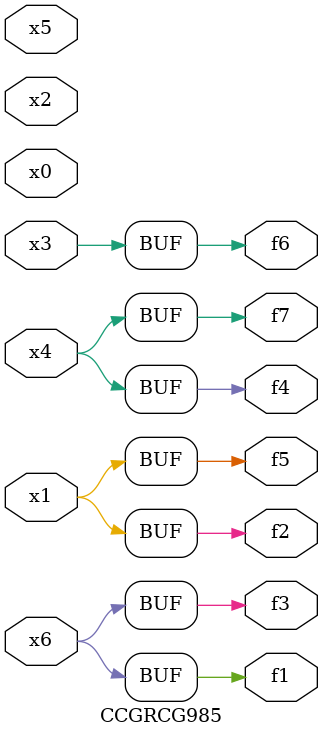
<source format=v>
module CCGRCG985(
	input x0, x1, x2, x3, x4, x5, x6,
	output f1, f2, f3, f4, f5, f6, f7
);
	assign f1 = x6;
	assign f2 = x1;
	assign f3 = x6;
	assign f4 = x4;
	assign f5 = x1;
	assign f6 = x3;
	assign f7 = x4;
endmodule

</source>
